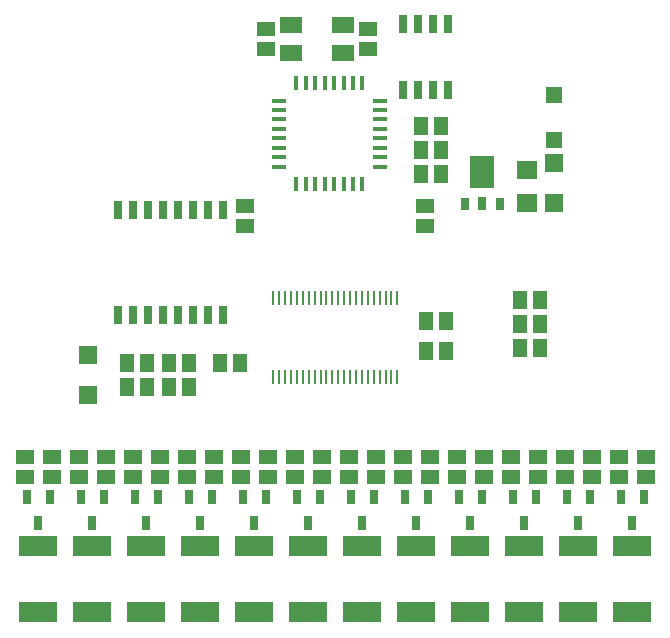
<source format=gbr>
%TF.GenerationSoftware,KiCad,Pcbnew,(6.0.10)*%
%TF.CreationDate,2023-01-23T12:48:01+01:00*%
%TF.ProjectId,BMS12v3,424d5331-3276-4332-9e6b-696361645f70,rev?*%
%TF.SameCoordinates,Original*%
%TF.FileFunction,Paste,Top*%
%TF.FilePolarity,Positive*%
%FSLAX46Y46*%
G04 Gerber Fmt 4.6, Leading zero omitted, Abs format (unit mm)*
G04 Created by KiCad (PCBNEW (6.0.10)) date 2023-01-23 12:48:01*
%MOMM*%
%LPD*%
G01*
G04 APERTURE LIST*
%ADD10R,1.500000X1.300000*%
%ADD11R,0.635000X1.270000*%
%ADD12R,3.200000X1.800000*%
%ADD13R,1.300000X1.500000*%
%ADD14R,0.700000X1.100000*%
%ADD15R,2.000000X2.800000*%
%ADD16R,1.200000X0.400000*%
%ADD17R,0.400000X1.200000*%
%ADD18R,0.711200X1.524000*%
%ADD19R,1.600000X1.600000*%
%ADD20R,1.400000X1.400000*%
%ADD21R,0.250000X1.250000*%
%ADD22R,1.900000X1.400000*%
%ADD23R,1.800000X1.600000*%
G04 APERTURE END LIST*
%TO.C,IC2*%
G36*
X161297100Y-94349600D02*
G01*
X160597100Y-94349600D01*
X160597100Y-93249600D01*
X161297100Y-93249600D01*
X161297100Y-94349600D01*
G37*
%TD*%
D10*
%TO.C,R5*%
X135928100Y-116902600D03*
X135928100Y-115202600D03*
%TD*%
D11*
%TO.C,U$11*%
X151787100Y-118635600D03*
X149787100Y-118635600D03*
X150787100Y-120835600D03*
%TD*%
D10*
%TO.C,R9*%
X145072100Y-116902600D03*
X145072100Y-115202600D03*
%TD*%
D12*
%TO.C,R35*%
X155359100Y-128377600D03*
X155359100Y-122777600D03*
%TD*%
D13*
%TO.C,R14*%
X155779100Y-87223600D03*
X157479100Y-87223600D03*
%TD*%
D14*
%TO.C,IC2*%
X162447100Y-93799600D03*
X159447100Y-93799600D03*
D15*
X160947100Y-91149600D03*
%TD*%
D10*
%TO.C,R4*%
X131356100Y-116902600D03*
X131356100Y-115202600D03*
%TD*%
D13*
%TO.C,C14*%
X156160100Y-103733600D03*
X157860100Y-103733600D03*
%TD*%
%TO.C,R41*%
X132587100Y-107289600D03*
X130887100Y-107289600D03*
%TD*%
D11*
%TO.C,U$13*%
X160931100Y-118635600D03*
X158931100Y-118635600D03*
X159931100Y-120835600D03*
%TD*%
D12*
%TO.C,R31*%
X137071100Y-128377600D03*
X137071100Y-122777600D03*
%TD*%
D10*
%TO.C,R24*%
X165646100Y-116902600D03*
X165646100Y-115202600D03*
%TD*%
D12*
%TO.C,R30*%
X132499100Y-128377600D03*
X132499100Y-122777600D03*
%TD*%
D11*
%TO.C,U$9*%
X142643100Y-118635600D03*
X140643100Y-118635600D03*
X141643100Y-120835600D03*
%TD*%
D13*
%TO.C,R40*%
X165861100Y-103987600D03*
X164161100Y-103987600D03*
%TD*%
%TO.C,R15*%
X134443100Y-107289600D03*
X136143100Y-107289600D03*
%TD*%
D11*
%TO.C,U$17*%
X174647100Y-118635600D03*
X172647100Y-118635600D03*
X173647100Y-120835600D03*
%TD*%
D10*
%TO.C,C5*%
X142659100Y-80707600D03*
X142659100Y-79007600D03*
%TD*%
%TO.C,R1*%
X126784100Y-116902600D03*
X126784100Y-115202600D03*
%TD*%
%TO.C,R8*%
X142786100Y-116902600D03*
X142786100Y-115202600D03*
%TD*%
D16*
%TO.C,U$3*%
X152293100Y-90658600D03*
X152293100Y-89858600D03*
X152293100Y-89058600D03*
X152293100Y-88258600D03*
X152293100Y-87458600D03*
X152293100Y-86658600D03*
X152293100Y-85858600D03*
X152293100Y-85058600D03*
D17*
X150793100Y-83558600D03*
X149993100Y-83558600D03*
X149193100Y-83558600D03*
X148393100Y-83558600D03*
X147593100Y-83558600D03*
X146793100Y-83558600D03*
X145993100Y-83558600D03*
X145193100Y-83558600D03*
D16*
X143693100Y-85058600D03*
X143693100Y-85858600D03*
X143693100Y-86658600D03*
X143693100Y-87458600D03*
X143693100Y-88258600D03*
X143693100Y-89058600D03*
X143693100Y-89858600D03*
X143693100Y-90658600D03*
D17*
X145193100Y-92158600D03*
X145993100Y-92158600D03*
X146793100Y-92158600D03*
X147593100Y-92158600D03*
X148393100Y-92158600D03*
X149193100Y-92158600D03*
X149993100Y-92158600D03*
X150793100Y-92158600D03*
%TD*%
D12*
%TO.C,R17*%
X123355100Y-128377600D03*
X123355100Y-122777600D03*
%TD*%
D13*
%TO.C,R29*%
X157479100Y-89255600D03*
X155779100Y-89255600D03*
%TD*%
D11*
%TO.C,U$5*%
X128927100Y-118635600D03*
X126927100Y-118635600D03*
X127927100Y-120835600D03*
%TD*%
D10*
%TO.C,R28*%
X174790100Y-116902600D03*
X174790100Y-115202600D03*
%TD*%
D18*
%TO.C,U$14*%
X138976100Y-94335600D03*
X137706100Y-94335600D03*
X136436100Y-94335600D03*
X135166100Y-94335600D03*
X133896100Y-94335600D03*
X132626100Y-94335600D03*
X131356100Y-94335600D03*
X130086100Y-94335600D03*
X130086100Y-103225600D03*
X131356100Y-103225600D03*
X132626100Y-103225600D03*
X133896100Y-103225600D03*
X135166100Y-103225600D03*
X136436100Y-103225600D03*
X137706100Y-103225600D03*
X138976100Y-103225600D03*
%TD*%
D12*
%TO.C,R36*%
X159931100Y-128377600D03*
X159931100Y-122777600D03*
%TD*%
D13*
%TO.C,C13*%
X136143100Y-109321600D03*
X134443100Y-109321600D03*
%TD*%
%TO.C,R52*%
X140461100Y-107289600D03*
X138761100Y-107289600D03*
%TD*%
D11*
%TO.C,U$12*%
X156359100Y-118635600D03*
X154359100Y-118635600D03*
X155359100Y-120835600D03*
%TD*%
%TO.C,U$10*%
X147215100Y-118635600D03*
X145215100Y-118635600D03*
X146215100Y-120835600D03*
%TD*%
%TO.C,U$16*%
X170075100Y-118635600D03*
X168075100Y-118635600D03*
X169075100Y-120835600D03*
%TD*%
D10*
%TO.C,R2*%
X129070100Y-116902600D03*
X129070100Y-115202600D03*
%TD*%
D12*
%TO.C,R33*%
X146215100Y-128377600D03*
X146215100Y-122777600D03*
%TD*%
D10*
%TO.C,R6*%
X138214100Y-116902600D03*
X138214100Y-115202600D03*
%TD*%
%TO.C,R26*%
X170218100Y-116902600D03*
X170218100Y-115202600D03*
%TD*%
%TO.C,R11*%
X149644100Y-116902600D03*
X149644100Y-115202600D03*
%TD*%
%TO.C,C1*%
X140881100Y-95693600D03*
X140881100Y-93993600D03*
%TD*%
D18*
%TO.C,SN65*%
X154216100Y-84175600D03*
X155486100Y-84175600D03*
X156756100Y-84175600D03*
X158026100Y-84175600D03*
X158026100Y-78587600D03*
X156756100Y-78587600D03*
X155486100Y-78587600D03*
X154216100Y-78587600D03*
%TD*%
D10*
%TO.C,R20*%
X133642100Y-116902600D03*
X133642100Y-115202600D03*
%TD*%
D11*
%TO.C,U$7*%
X133499100Y-118635600D03*
X131499100Y-118635600D03*
X132499100Y-120835600D03*
%TD*%
D10*
%TO.C,R23*%
X163360100Y-116902600D03*
X163360100Y-115202600D03*
%TD*%
D12*
%TO.C,R37*%
X164503100Y-128377600D03*
X164503100Y-122777600D03*
%TD*%
D11*
%TO.C,U$4*%
X124355100Y-118635600D03*
X122355100Y-118635600D03*
X123355100Y-120835600D03*
%TD*%
D12*
%TO.C,R32*%
X141643100Y-128377600D03*
X141643100Y-122777600D03*
%TD*%
D13*
%TO.C,C18*%
X156160100Y-106273600D03*
X157860100Y-106273600D03*
%TD*%
D19*
%TO.C,U$28*%
X167043100Y-90349600D03*
X167043100Y-93749600D03*
%TD*%
D13*
%TO.C,C3*%
X132587100Y-109321600D03*
X130887100Y-109321600D03*
%TD*%
D20*
%TO.C,D1*%
X167043100Y-84561600D03*
X167043100Y-88361600D03*
%TD*%
D11*
%TO.C,U$15*%
X165503100Y-118635600D03*
X163503100Y-118635600D03*
X164503100Y-120835600D03*
%TD*%
D10*
%TO.C,R27*%
X172504100Y-116902600D03*
X172504100Y-115202600D03*
%TD*%
%TO.C,R12*%
X151930100Y-116902600D03*
X151930100Y-115202600D03*
%TD*%
%TO.C,R16*%
X122212100Y-116902600D03*
X122212100Y-115202600D03*
%TD*%
D21*
%TO.C,U$1*%
X143251100Y-108505600D03*
X143751100Y-108505600D03*
X144251100Y-108505600D03*
X144751100Y-108505600D03*
X145251100Y-108505600D03*
X145751100Y-108505600D03*
X146251100Y-108505600D03*
X146751100Y-108505600D03*
X147251100Y-108505600D03*
X147751100Y-108505600D03*
X148251100Y-108505600D03*
X148751100Y-108505600D03*
X149251100Y-108505600D03*
X149751100Y-108505600D03*
X150251100Y-108505600D03*
X150751100Y-108505600D03*
X151251100Y-108505600D03*
X151751100Y-108505600D03*
X152251100Y-108505600D03*
X152751100Y-108505600D03*
X153251100Y-108505600D03*
X153751100Y-108505600D03*
X153751100Y-101755600D03*
X153251100Y-101755600D03*
X152751100Y-101755600D03*
X152251100Y-101755600D03*
X151751100Y-101755600D03*
X151251100Y-101755600D03*
X150751100Y-101755600D03*
X150251100Y-101755600D03*
X149751100Y-101755600D03*
X149251100Y-101755600D03*
X148751100Y-101755600D03*
X148251100Y-101755600D03*
X147751100Y-101755600D03*
X147251100Y-101755600D03*
X146751100Y-101755600D03*
X146251100Y-101755600D03*
X145751100Y-101755600D03*
X145251100Y-101755600D03*
X144751100Y-101755600D03*
X144251100Y-101755600D03*
X143751100Y-101755600D03*
X143251100Y-101755600D03*
%TD*%
D12*
%TO.C,R39*%
X173647100Y-128377600D03*
X173647100Y-122777600D03*
%TD*%
D22*
%TO.C,Q1*%
X144777100Y-81057600D03*
X149177100Y-81057600D03*
X149177100Y-78657600D03*
X144777100Y-78657600D03*
%TD*%
D10*
%TO.C,C4*%
X151295100Y-79007600D03*
X151295100Y-80707600D03*
%TD*%
%TO.C,R7*%
X140500100Y-116902600D03*
X140500100Y-115202600D03*
%TD*%
D13*
%TO.C,C16*%
X155779100Y-91287600D03*
X157479100Y-91287600D03*
%TD*%
D10*
%TO.C,R25*%
X167932100Y-116902600D03*
X167932100Y-115202600D03*
%TD*%
D11*
%TO.C,U$8*%
X138071100Y-118635600D03*
X136071100Y-118635600D03*
X137071100Y-120835600D03*
%TD*%
D12*
%TO.C,R3*%
X127927100Y-128377600D03*
X127927100Y-122777600D03*
%TD*%
D13*
%TO.C,R55*%
X165861100Y-106019600D03*
X164161100Y-106019600D03*
%TD*%
D10*
%TO.C,R13*%
X124498100Y-116902600D03*
X124498100Y-115202600D03*
%TD*%
D12*
%TO.C,R34*%
X150787100Y-128377600D03*
X150787100Y-122777600D03*
%TD*%
%TO.C,R38*%
X169075100Y-128377600D03*
X169075100Y-122777600D03*
%TD*%
D10*
%TO.C,R19*%
X156502100Y-116902600D03*
X156502100Y-115202600D03*
%TD*%
%TO.C,R21*%
X158788100Y-116902600D03*
X158788100Y-115202600D03*
%TD*%
%TO.C,R18*%
X154216100Y-116902600D03*
X154216100Y-115202600D03*
%TD*%
D23*
%TO.C,C6*%
X164757100Y-93703600D03*
X164757100Y-90903600D03*
%TD*%
D19*
%TO.C,U$6*%
X127546100Y-106605600D03*
X127546100Y-110005600D03*
%TD*%
D10*
%TO.C,R22*%
X161074100Y-116902600D03*
X161074100Y-115202600D03*
%TD*%
%TO.C,R10*%
X147358100Y-116902600D03*
X147358100Y-115202600D03*
%TD*%
D13*
%TO.C,C19*%
X165861100Y-101955600D03*
X164161100Y-101955600D03*
%TD*%
D10*
%TO.C,C2*%
X156121100Y-95693600D03*
X156121100Y-93993600D03*
%TD*%
M02*

</source>
